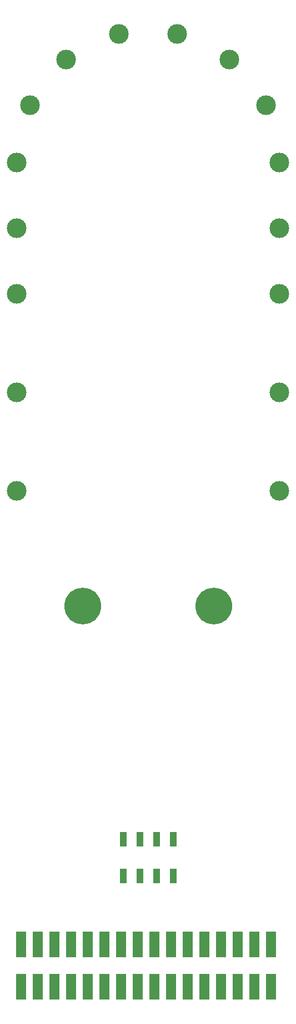
<source format=gts>
G04 #@! TF.GenerationSoftware,KiCad,Pcbnew,7.0.7*
G04 #@! TF.CreationDate,2024-10-25T09:44:25+02:00*
G04 #@! TF.ProjectId,Benhui_Tongue,42656e68-7569-45f5-946f-6e6775652e6b,rev?*
G04 #@! TF.SameCoordinates,Original*
G04 #@! TF.FileFunction,Soldermask,Top*
G04 #@! TF.FilePolarity,Negative*
%FSLAX46Y46*%
G04 Gerber Fmt 4.6, Leading zero omitted, Abs format (unit mm)*
G04 Created by KiCad (PCBNEW 7.0.7) date 2024-10-25 09:44:25*
%MOMM*%
%LPD*%
G01*
G04 APERTURE LIST*
G04 Aperture macros list*
%AMRoundRect*
0 Rectangle with rounded corners*
0 $1 Rounding radius*
0 $2 $3 $4 $5 $6 $7 $8 $9 X,Y pos of 4 corners*
0 Add a 4 corners polygon primitive as box body*
4,1,4,$2,$3,$4,$5,$6,$7,$8,$9,$2,$3,0*
0 Add four circle primitives for the rounded corners*
1,1,$1+$1,$2,$3*
1,1,$1+$1,$4,$5*
1,1,$1+$1,$6,$7*
1,1,$1+$1,$8,$9*
0 Add four rect primitives between the rounded corners*
20,1,$1+$1,$2,$3,$4,$5,0*
20,1,$1+$1,$4,$5,$6,$7,0*
20,1,$1+$1,$6,$7,$8,$9,0*
20,1,$1+$1,$8,$9,$2,$3,0*%
G04 Aperture macros list end*
%ADD10C,3.000000*%
%ADD11C,5.600000*%
%ADD12RoundRect,0.102000X-0.650000X-1.877500X0.650000X-1.877500X0.650000X1.877500X-0.650000X1.877500X0*%
%ADD13R,1.010000X2.200000*%
%ADD14R,1.000000X2.200000*%
G04 APERTURE END LIST*
D10*
X99200000Y-59100000D03*
D11*
X109200000Y-116600000D03*
D10*
X123650000Y-29601000D03*
X139200000Y-49100000D03*
D12*
X137962500Y-174502500D03*
X137962500Y-168097500D03*
X135422500Y-174502500D03*
X135422500Y-168097500D03*
X132882500Y-174502500D03*
X132882500Y-168097500D03*
X130342500Y-174502500D03*
X130342500Y-168097500D03*
X127802500Y-174502500D03*
X127802500Y-168097500D03*
X125262500Y-174502500D03*
X125262500Y-168097500D03*
X122722500Y-174502500D03*
X122722500Y-168097500D03*
X120182500Y-174502500D03*
X120182500Y-168097500D03*
X117642500Y-174502500D03*
X117642500Y-168097500D03*
X115102500Y-174502500D03*
X115102500Y-168097500D03*
X112562500Y-174502500D03*
X112562500Y-168097500D03*
X110022500Y-174502500D03*
X110022500Y-168097500D03*
X107482500Y-174502500D03*
X107482500Y-168097500D03*
X104942500Y-174502500D03*
X104942500Y-168097500D03*
X102402500Y-174502500D03*
X102402500Y-168097500D03*
X99862500Y-174502500D03*
X99862500Y-168097500D03*
D10*
X131620000Y-33463000D03*
X114750000Y-29601000D03*
D11*
X129200000Y-116600000D03*
D10*
X139200000Y-59100000D03*
X99200000Y-99100000D03*
X99200000Y-49100000D03*
X139200000Y-84100000D03*
X99200000Y-84100000D03*
X106730000Y-33463000D03*
D13*
X115395000Y-157700000D03*
D14*
X115390000Y-152100000D03*
X117930000Y-157700000D03*
X117930000Y-152100000D03*
X120470000Y-157700000D03*
X120470000Y-152100000D03*
X123010000Y-157700000D03*
X123010000Y-152100000D03*
D10*
X99200000Y-69100000D03*
X137219000Y-40422000D03*
X139200000Y-99100000D03*
X101181000Y-40422000D03*
X139200000Y-69100000D03*
M02*

</source>
